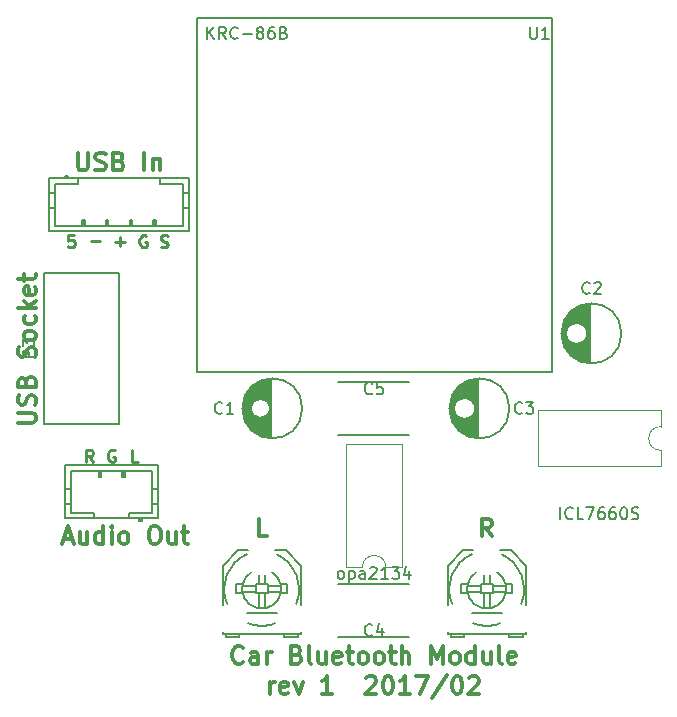
<source format=gto>
G04 #@! TF.FileFunction,Legend,Top*
%FSLAX46Y46*%
G04 Gerber Fmt 4.6, Leading zero omitted, Abs format (unit mm)*
G04 Created by KiCad (PCBNEW 4.0.5) date Sunday, 19 February 2017 'PMt' 17:43:15*
%MOMM*%
%LPD*%
G01*
G04 APERTURE LIST*
%ADD10C,0.100000*%
%ADD11C,0.300000*%
%ADD12C,0.254000*%
%ADD13C,0.120000*%
%ADD14C,0.150000*%
G04 APERTURE END LIST*
D10*
D11*
X64841571Y-101305571D02*
X66055857Y-101305571D01*
X66198714Y-101234143D01*
X66270143Y-101162714D01*
X66341571Y-101019857D01*
X66341571Y-100734143D01*
X66270143Y-100591285D01*
X66198714Y-100519857D01*
X66055857Y-100448428D01*
X64841571Y-100448428D01*
X66270143Y-99805571D02*
X66341571Y-99591285D01*
X66341571Y-99234142D01*
X66270143Y-99091285D01*
X66198714Y-99019856D01*
X66055857Y-98948428D01*
X65913000Y-98948428D01*
X65770143Y-99019856D01*
X65698714Y-99091285D01*
X65627286Y-99234142D01*
X65555857Y-99519856D01*
X65484429Y-99662714D01*
X65413000Y-99734142D01*
X65270143Y-99805571D01*
X65127286Y-99805571D01*
X64984429Y-99734142D01*
X64913000Y-99662714D01*
X64841571Y-99519856D01*
X64841571Y-99162714D01*
X64913000Y-98948428D01*
X65555857Y-97805571D02*
X65627286Y-97591285D01*
X65698714Y-97519857D01*
X65841571Y-97448428D01*
X66055857Y-97448428D01*
X66198714Y-97519857D01*
X66270143Y-97591285D01*
X66341571Y-97734143D01*
X66341571Y-98305571D01*
X64841571Y-98305571D01*
X64841571Y-97805571D01*
X64913000Y-97662714D01*
X64984429Y-97591285D01*
X65127286Y-97519857D01*
X65270143Y-97519857D01*
X65413000Y-97591285D01*
X65484429Y-97662714D01*
X65555857Y-97805571D01*
X65555857Y-98305571D01*
X66270143Y-95734143D02*
X66341571Y-95519857D01*
X66341571Y-95162714D01*
X66270143Y-95019857D01*
X66198714Y-94948428D01*
X66055857Y-94877000D01*
X65913000Y-94877000D01*
X65770143Y-94948428D01*
X65698714Y-95019857D01*
X65627286Y-95162714D01*
X65555857Y-95448428D01*
X65484429Y-95591286D01*
X65413000Y-95662714D01*
X65270143Y-95734143D01*
X65127286Y-95734143D01*
X64984429Y-95662714D01*
X64913000Y-95591286D01*
X64841571Y-95448428D01*
X64841571Y-95091286D01*
X64913000Y-94877000D01*
X66341571Y-94019857D02*
X66270143Y-94162715D01*
X66198714Y-94234143D01*
X66055857Y-94305572D01*
X65627286Y-94305572D01*
X65484429Y-94234143D01*
X65413000Y-94162715D01*
X65341571Y-94019857D01*
X65341571Y-93805572D01*
X65413000Y-93662715D01*
X65484429Y-93591286D01*
X65627286Y-93519857D01*
X66055857Y-93519857D01*
X66198714Y-93591286D01*
X66270143Y-93662715D01*
X66341571Y-93805572D01*
X66341571Y-94019857D01*
X66270143Y-92234143D02*
X66341571Y-92377000D01*
X66341571Y-92662714D01*
X66270143Y-92805572D01*
X66198714Y-92877000D01*
X66055857Y-92948429D01*
X65627286Y-92948429D01*
X65484429Y-92877000D01*
X65413000Y-92805572D01*
X65341571Y-92662714D01*
X65341571Y-92377000D01*
X65413000Y-92234143D01*
X66341571Y-91591286D02*
X64841571Y-91591286D01*
X65770143Y-91448429D02*
X66341571Y-91019858D01*
X65341571Y-91019858D02*
X65913000Y-91591286D01*
X66270143Y-89805572D02*
X66341571Y-89948429D01*
X66341571Y-90234143D01*
X66270143Y-90377000D01*
X66127286Y-90448429D01*
X65555857Y-90448429D01*
X65413000Y-90377000D01*
X65341571Y-90234143D01*
X65341571Y-89948429D01*
X65413000Y-89805572D01*
X65555857Y-89734143D01*
X65698714Y-89734143D01*
X65841571Y-90448429D01*
X65341571Y-89305572D02*
X65341571Y-88734143D01*
X64841571Y-89091286D02*
X66127286Y-89091286D01*
X66270143Y-89019858D01*
X66341571Y-88877000D01*
X66341571Y-88734143D01*
X68703714Y-111125000D02*
X69418000Y-111125000D01*
X68560857Y-111553571D02*
X69060857Y-110053571D01*
X69560857Y-111553571D01*
X70703714Y-110553571D02*
X70703714Y-111553571D01*
X70060857Y-110553571D02*
X70060857Y-111339286D01*
X70132285Y-111482143D01*
X70275143Y-111553571D01*
X70489428Y-111553571D01*
X70632285Y-111482143D01*
X70703714Y-111410714D01*
X72060857Y-111553571D02*
X72060857Y-110053571D01*
X72060857Y-111482143D02*
X71918000Y-111553571D01*
X71632286Y-111553571D01*
X71489428Y-111482143D01*
X71418000Y-111410714D01*
X71346571Y-111267857D01*
X71346571Y-110839286D01*
X71418000Y-110696429D01*
X71489428Y-110625000D01*
X71632286Y-110553571D01*
X71918000Y-110553571D01*
X72060857Y-110625000D01*
X72775143Y-111553571D02*
X72775143Y-110553571D01*
X72775143Y-110053571D02*
X72703714Y-110125000D01*
X72775143Y-110196429D01*
X72846571Y-110125000D01*
X72775143Y-110053571D01*
X72775143Y-110196429D01*
X73703715Y-111553571D02*
X73560857Y-111482143D01*
X73489429Y-111410714D01*
X73418000Y-111267857D01*
X73418000Y-110839286D01*
X73489429Y-110696429D01*
X73560857Y-110625000D01*
X73703715Y-110553571D01*
X73918000Y-110553571D01*
X74060857Y-110625000D01*
X74132286Y-110696429D01*
X74203715Y-110839286D01*
X74203715Y-111267857D01*
X74132286Y-111410714D01*
X74060857Y-111482143D01*
X73918000Y-111553571D01*
X73703715Y-111553571D01*
X76275143Y-110053571D02*
X76560857Y-110053571D01*
X76703715Y-110125000D01*
X76846572Y-110267857D01*
X76918000Y-110553571D01*
X76918000Y-111053571D01*
X76846572Y-111339286D01*
X76703715Y-111482143D01*
X76560857Y-111553571D01*
X76275143Y-111553571D01*
X76132286Y-111482143D01*
X75989429Y-111339286D01*
X75918000Y-111053571D01*
X75918000Y-110553571D01*
X75989429Y-110267857D01*
X76132286Y-110125000D01*
X76275143Y-110053571D01*
X78203715Y-110553571D02*
X78203715Y-111553571D01*
X77560858Y-110553571D02*
X77560858Y-111339286D01*
X77632286Y-111482143D01*
X77775144Y-111553571D01*
X77989429Y-111553571D01*
X78132286Y-111482143D01*
X78203715Y-111410714D01*
X78703715Y-110553571D02*
X79275144Y-110553571D01*
X78918001Y-110053571D02*
X78918001Y-111339286D01*
X78989429Y-111482143D01*
X79132287Y-111553571D01*
X79275144Y-111553571D01*
X69910000Y-78430571D02*
X69910000Y-79644857D01*
X69981428Y-79787714D01*
X70052857Y-79859143D01*
X70195714Y-79930571D01*
X70481428Y-79930571D01*
X70624286Y-79859143D01*
X70695714Y-79787714D01*
X70767143Y-79644857D01*
X70767143Y-78430571D01*
X71410000Y-79859143D02*
X71624286Y-79930571D01*
X71981429Y-79930571D01*
X72124286Y-79859143D01*
X72195715Y-79787714D01*
X72267143Y-79644857D01*
X72267143Y-79502000D01*
X72195715Y-79359143D01*
X72124286Y-79287714D01*
X71981429Y-79216286D01*
X71695715Y-79144857D01*
X71552857Y-79073429D01*
X71481429Y-79002000D01*
X71410000Y-78859143D01*
X71410000Y-78716286D01*
X71481429Y-78573429D01*
X71552857Y-78502000D01*
X71695715Y-78430571D01*
X72052857Y-78430571D01*
X72267143Y-78502000D01*
X73410000Y-79144857D02*
X73624286Y-79216286D01*
X73695714Y-79287714D01*
X73767143Y-79430571D01*
X73767143Y-79644857D01*
X73695714Y-79787714D01*
X73624286Y-79859143D01*
X73481428Y-79930571D01*
X72910000Y-79930571D01*
X72910000Y-78430571D01*
X73410000Y-78430571D01*
X73552857Y-78502000D01*
X73624286Y-78573429D01*
X73695714Y-78716286D01*
X73695714Y-78859143D01*
X73624286Y-79002000D01*
X73552857Y-79073429D01*
X73410000Y-79144857D01*
X72910000Y-79144857D01*
X75552857Y-79930571D02*
X75552857Y-78430571D01*
X76267143Y-78930571D02*
X76267143Y-79930571D01*
X76267143Y-79073429D02*
X76338571Y-79002000D01*
X76481429Y-78930571D01*
X76695714Y-78930571D01*
X76838571Y-79002000D01*
X76910000Y-79144857D01*
X76910000Y-79930571D01*
X86178574Y-124253571D02*
X86178574Y-123253571D01*
X86178574Y-123539286D02*
X86250002Y-123396429D01*
X86321431Y-123325000D01*
X86464288Y-123253571D01*
X86607145Y-123253571D01*
X87678573Y-124182143D02*
X87535716Y-124253571D01*
X87250002Y-124253571D01*
X87107145Y-124182143D01*
X87035716Y-124039286D01*
X87035716Y-123467857D01*
X87107145Y-123325000D01*
X87250002Y-123253571D01*
X87535716Y-123253571D01*
X87678573Y-123325000D01*
X87750002Y-123467857D01*
X87750002Y-123610714D01*
X87035716Y-123753571D01*
X88250002Y-123253571D02*
X88607145Y-124253571D01*
X88964287Y-123253571D01*
X91464287Y-124253571D02*
X90607144Y-124253571D01*
X91035716Y-124253571D02*
X91035716Y-122753571D01*
X90892859Y-122967857D01*
X90750001Y-123110714D01*
X90607144Y-123182143D01*
X94321429Y-122896429D02*
X94392858Y-122825000D01*
X94535715Y-122753571D01*
X94892858Y-122753571D01*
X95035715Y-122825000D01*
X95107144Y-122896429D01*
X95178572Y-123039286D01*
X95178572Y-123182143D01*
X95107144Y-123396429D01*
X94250001Y-124253571D01*
X95178572Y-124253571D01*
X96107143Y-122753571D02*
X96250000Y-122753571D01*
X96392857Y-122825000D01*
X96464286Y-122896429D01*
X96535715Y-123039286D01*
X96607143Y-123325000D01*
X96607143Y-123682143D01*
X96535715Y-123967857D01*
X96464286Y-124110714D01*
X96392857Y-124182143D01*
X96250000Y-124253571D01*
X96107143Y-124253571D01*
X95964286Y-124182143D01*
X95892857Y-124110714D01*
X95821429Y-123967857D01*
X95750000Y-123682143D01*
X95750000Y-123325000D01*
X95821429Y-123039286D01*
X95892857Y-122896429D01*
X95964286Y-122825000D01*
X96107143Y-122753571D01*
X98035714Y-124253571D02*
X97178571Y-124253571D01*
X97607143Y-124253571D02*
X97607143Y-122753571D01*
X97464286Y-122967857D01*
X97321428Y-123110714D01*
X97178571Y-123182143D01*
X98535714Y-122753571D02*
X99535714Y-122753571D01*
X98892857Y-124253571D01*
X101178570Y-122682143D02*
X99892856Y-124610714D01*
X101964285Y-122753571D02*
X102107142Y-122753571D01*
X102249999Y-122825000D01*
X102321428Y-122896429D01*
X102392857Y-123039286D01*
X102464285Y-123325000D01*
X102464285Y-123682143D01*
X102392857Y-123967857D01*
X102321428Y-124110714D01*
X102249999Y-124182143D01*
X102107142Y-124253571D01*
X101964285Y-124253571D01*
X101821428Y-124182143D01*
X101749999Y-124110714D01*
X101678571Y-123967857D01*
X101607142Y-123682143D01*
X101607142Y-123325000D01*
X101678571Y-123039286D01*
X101749999Y-122896429D01*
X101821428Y-122825000D01*
X101964285Y-122753571D01*
X103035713Y-122896429D02*
X103107142Y-122825000D01*
X103249999Y-122753571D01*
X103607142Y-122753571D01*
X103749999Y-122825000D01*
X103821428Y-122896429D01*
X103892856Y-123039286D01*
X103892856Y-123182143D01*
X103821428Y-123396429D01*
X102964285Y-124253571D01*
X103892856Y-124253571D01*
X83892858Y-121570714D02*
X83821429Y-121642143D01*
X83607143Y-121713571D01*
X83464286Y-121713571D01*
X83250001Y-121642143D01*
X83107143Y-121499286D01*
X83035715Y-121356429D01*
X82964286Y-121070714D01*
X82964286Y-120856429D01*
X83035715Y-120570714D01*
X83107143Y-120427857D01*
X83250001Y-120285000D01*
X83464286Y-120213571D01*
X83607143Y-120213571D01*
X83821429Y-120285000D01*
X83892858Y-120356429D01*
X85178572Y-121713571D02*
X85178572Y-120927857D01*
X85107143Y-120785000D01*
X84964286Y-120713571D01*
X84678572Y-120713571D01*
X84535715Y-120785000D01*
X85178572Y-121642143D02*
X85035715Y-121713571D01*
X84678572Y-121713571D01*
X84535715Y-121642143D01*
X84464286Y-121499286D01*
X84464286Y-121356429D01*
X84535715Y-121213571D01*
X84678572Y-121142143D01*
X85035715Y-121142143D01*
X85178572Y-121070714D01*
X85892858Y-121713571D02*
X85892858Y-120713571D01*
X85892858Y-120999286D02*
X85964286Y-120856429D01*
X86035715Y-120785000D01*
X86178572Y-120713571D01*
X86321429Y-120713571D01*
X88464286Y-120927857D02*
X88678572Y-120999286D01*
X88750000Y-121070714D01*
X88821429Y-121213571D01*
X88821429Y-121427857D01*
X88750000Y-121570714D01*
X88678572Y-121642143D01*
X88535714Y-121713571D01*
X87964286Y-121713571D01*
X87964286Y-120213571D01*
X88464286Y-120213571D01*
X88607143Y-120285000D01*
X88678572Y-120356429D01*
X88750000Y-120499286D01*
X88750000Y-120642143D01*
X88678572Y-120785000D01*
X88607143Y-120856429D01*
X88464286Y-120927857D01*
X87964286Y-120927857D01*
X89678572Y-121713571D02*
X89535714Y-121642143D01*
X89464286Y-121499286D01*
X89464286Y-120213571D01*
X90892857Y-120713571D02*
X90892857Y-121713571D01*
X90250000Y-120713571D02*
X90250000Y-121499286D01*
X90321428Y-121642143D01*
X90464286Y-121713571D01*
X90678571Y-121713571D01*
X90821428Y-121642143D01*
X90892857Y-121570714D01*
X92178571Y-121642143D02*
X92035714Y-121713571D01*
X91750000Y-121713571D01*
X91607143Y-121642143D01*
X91535714Y-121499286D01*
X91535714Y-120927857D01*
X91607143Y-120785000D01*
X91750000Y-120713571D01*
X92035714Y-120713571D01*
X92178571Y-120785000D01*
X92250000Y-120927857D01*
X92250000Y-121070714D01*
X91535714Y-121213571D01*
X92678571Y-120713571D02*
X93250000Y-120713571D01*
X92892857Y-120213571D02*
X92892857Y-121499286D01*
X92964285Y-121642143D01*
X93107143Y-121713571D01*
X93250000Y-121713571D01*
X93964286Y-121713571D02*
X93821428Y-121642143D01*
X93750000Y-121570714D01*
X93678571Y-121427857D01*
X93678571Y-120999286D01*
X93750000Y-120856429D01*
X93821428Y-120785000D01*
X93964286Y-120713571D01*
X94178571Y-120713571D01*
X94321428Y-120785000D01*
X94392857Y-120856429D01*
X94464286Y-120999286D01*
X94464286Y-121427857D01*
X94392857Y-121570714D01*
X94321428Y-121642143D01*
X94178571Y-121713571D01*
X93964286Y-121713571D01*
X95321429Y-121713571D02*
X95178571Y-121642143D01*
X95107143Y-121570714D01*
X95035714Y-121427857D01*
X95035714Y-120999286D01*
X95107143Y-120856429D01*
X95178571Y-120785000D01*
X95321429Y-120713571D01*
X95535714Y-120713571D01*
X95678571Y-120785000D01*
X95750000Y-120856429D01*
X95821429Y-120999286D01*
X95821429Y-121427857D01*
X95750000Y-121570714D01*
X95678571Y-121642143D01*
X95535714Y-121713571D01*
X95321429Y-121713571D01*
X96250000Y-120713571D02*
X96821429Y-120713571D01*
X96464286Y-120213571D02*
X96464286Y-121499286D01*
X96535714Y-121642143D01*
X96678572Y-121713571D01*
X96821429Y-121713571D01*
X97321429Y-121713571D02*
X97321429Y-120213571D01*
X97964286Y-121713571D02*
X97964286Y-120927857D01*
X97892857Y-120785000D01*
X97750000Y-120713571D01*
X97535715Y-120713571D01*
X97392857Y-120785000D01*
X97321429Y-120856429D01*
X99821429Y-121713571D02*
X99821429Y-120213571D01*
X100321429Y-121285000D01*
X100821429Y-120213571D01*
X100821429Y-121713571D01*
X101750001Y-121713571D02*
X101607143Y-121642143D01*
X101535715Y-121570714D01*
X101464286Y-121427857D01*
X101464286Y-120999286D01*
X101535715Y-120856429D01*
X101607143Y-120785000D01*
X101750001Y-120713571D01*
X101964286Y-120713571D01*
X102107143Y-120785000D01*
X102178572Y-120856429D01*
X102250001Y-120999286D01*
X102250001Y-121427857D01*
X102178572Y-121570714D01*
X102107143Y-121642143D01*
X101964286Y-121713571D01*
X101750001Y-121713571D01*
X103535715Y-121713571D02*
X103535715Y-120213571D01*
X103535715Y-121642143D02*
X103392858Y-121713571D01*
X103107144Y-121713571D01*
X102964286Y-121642143D01*
X102892858Y-121570714D01*
X102821429Y-121427857D01*
X102821429Y-120999286D01*
X102892858Y-120856429D01*
X102964286Y-120785000D01*
X103107144Y-120713571D01*
X103392858Y-120713571D01*
X103535715Y-120785000D01*
X104892858Y-120713571D02*
X104892858Y-121713571D01*
X104250001Y-120713571D02*
X104250001Y-121499286D01*
X104321429Y-121642143D01*
X104464287Y-121713571D01*
X104678572Y-121713571D01*
X104821429Y-121642143D01*
X104892858Y-121570714D01*
X105821430Y-121713571D02*
X105678572Y-121642143D01*
X105607144Y-121499286D01*
X105607144Y-120213571D01*
X106964286Y-121642143D02*
X106821429Y-121713571D01*
X106535715Y-121713571D01*
X106392858Y-121642143D01*
X106321429Y-121499286D01*
X106321429Y-120927857D01*
X106392858Y-120785000D01*
X106535715Y-120713571D01*
X106821429Y-120713571D01*
X106964286Y-120785000D01*
X107035715Y-120927857D01*
X107035715Y-121070714D01*
X106321429Y-121213571D01*
X104989286Y-110918571D02*
X104489286Y-110204286D01*
X104132143Y-110918571D02*
X104132143Y-109418571D01*
X104703571Y-109418571D01*
X104846429Y-109490000D01*
X104917857Y-109561429D01*
X104989286Y-109704286D01*
X104989286Y-109918571D01*
X104917857Y-110061429D01*
X104846429Y-110132857D01*
X104703571Y-110204286D01*
X104132143Y-110204286D01*
X85939286Y-110918571D02*
X85225000Y-110918571D01*
X85225000Y-109418571D01*
D12*
X76929715Y-86394238D02*
X77074858Y-86442619D01*
X77316762Y-86442619D01*
X77413524Y-86394238D01*
X77461905Y-86345857D01*
X77510286Y-86249095D01*
X77510286Y-86152333D01*
X77461905Y-86055571D01*
X77413524Y-86007190D01*
X77316762Y-85958810D01*
X77123239Y-85910429D01*
X77026477Y-85862048D01*
X76978096Y-85813667D01*
X76929715Y-85716905D01*
X76929715Y-85620143D01*
X76978096Y-85523381D01*
X77026477Y-85475000D01*
X77123239Y-85426619D01*
X77365143Y-85426619D01*
X77510286Y-85475000D01*
X70990953Y-85928571D02*
X71765048Y-85928571D01*
X73482571Y-86370047D02*
X73482571Y-85595952D01*
X73869619Y-85983000D02*
X73095524Y-85983000D01*
X69587905Y-85426619D02*
X69104096Y-85426619D01*
X69055715Y-85910429D01*
X69104096Y-85862048D01*
X69200858Y-85813667D01*
X69442762Y-85813667D01*
X69539524Y-85862048D01*
X69587905Y-85910429D01*
X69636286Y-86007190D01*
X69636286Y-86249095D01*
X69587905Y-86345857D01*
X69539524Y-86394238D01*
X69442762Y-86442619D01*
X69200858Y-86442619D01*
X69104096Y-86394238D01*
X69055715Y-86345857D01*
X75708095Y-85475000D02*
X75611333Y-85426619D01*
X75466190Y-85426619D01*
X75321048Y-85475000D01*
X75224286Y-85571762D01*
X75175905Y-85668524D01*
X75127524Y-85862048D01*
X75127524Y-86007190D01*
X75175905Y-86200714D01*
X75224286Y-86297476D01*
X75321048Y-86394238D01*
X75466190Y-86442619D01*
X75562952Y-86442619D01*
X75708095Y-86394238D01*
X75756476Y-86345857D01*
X75756476Y-86007190D01*
X75562952Y-86007190D01*
X74994476Y-104603619D02*
X74510667Y-104603619D01*
X74510667Y-103587619D01*
X73041095Y-103636000D02*
X72944333Y-103587619D01*
X72799190Y-103587619D01*
X72654048Y-103636000D01*
X72557286Y-103732762D01*
X72508905Y-103829524D01*
X72460524Y-104023048D01*
X72460524Y-104168190D01*
X72508905Y-104361714D01*
X72557286Y-104458476D01*
X72654048Y-104555238D01*
X72799190Y-104603619D01*
X72895952Y-104603619D01*
X73041095Y-104555238D01*
X73089476Y-104506857D01*
X73089476Y-104168190D01*
X72895952Y-104168190D01*
X71184476Y-104603619D02*
X70845810Y-104119810D01*
X70603905Y-104603619D02*
X70603905Y-103587619D01*
X70990952Y-103587619D01*
X71087714Y-103636000D01*
X71136095Y-103684381D01*
X71184476Y-103781143D01*
X71184476Y-103926286D01*
X71136095Y-104023048D01*
X71087714Y-104071429D01*
X70990952Y-104119810D01*
X70603905Y-104119810D01*
D13*
X94000000Y-113535000D02*
G75*
G02X96000000Y-113535000I1000000J0D01*
G01*
X96000000Y-113535000D02*
X97370000Y-113535000D01*
X97370000Y-113535000D02*
X97370000Y-103135000D01*
X97370000Y-103135000D02*
X92630000Y-103135000D01*
X92630000Y-103135000D02*
X92630000Y-113535000D01*
X92630000Y-113535000D02*
X94000000Y-113535000D01*
D14*
X76725000Y-104900000D02*
X76725000Y-109400000D01*
X76725000Y-109400000D02*
X68825000Y-109400000D01*
X68825000Y-109400000D02*
X68825000Y-104900000D01*
X68825000Y-104900000D02*
X76725000Y-104900000D01*
X74275000Y-109400000D02*
X74275000Y-108900000D01*
X74275000Y-108900000D02*
X76225000Y-108900000D01*
X76225000Y-108900000D02*
X76225000Y-105400000D01*
X76225000Y-105400000D02*
X69325000Y-105400000D01*
X69325000Y-105400000D02*
X69325000Y-108900000D01*
X69325000Y-108900000D02*
X71275000Y-108900000D01*
X71275000Y-108900000D02*
X71275000Y-109400000D01*
X76725000Y-108200000D02*
X76225000Y-108200000D01*
X76725000Y-106900000D02*
X76225000Y-106900000D01*
X69325000Y-108200000D02*
X68825000Y-108200000D01*
X69325000Y-106900000D02*
X68825000Y-106900000D01*
X75075000Y-109400000D02*
X75075000Y-109600000D01*
X75075000Y-109600000D02*
X75375000Y-109600000D01*
X75375000Y-109600000D02*
X75375000Y-109400000D01*
X75075000Y-109500000D02*
X75375000Y-109500000D01*
X73875000Y-105400000D02*
X73875000Y-105900000D01*
X73875000Y-105900000D02*
X73675000Y-105900000D01*
X73675000Y-105900000D02*
X73675000Y-105400000D01*
X73775000Y-105400000D02*
X73775000Y-105900000D01*
X71875000Y-105400000D02*
X71875000Y-105900000D01*
X71875000Y-105900000D02*
X71675000Y-105900000D01*
X71675000Y-105900000D02*
X71675000Y-105400000D01*
X71775000Y-105400000D02*
X71775000Y-105900000D01*
X103835000Y-102579000D02*
X103835000Y-97581000D01*
X103695000Y-102571000D02*
X103695000Y-97589000D01*
X103555000Y-102555000D02*
X103555000Y-100175000D01*
X103555000Y-99985000D02*
X103555000Y-97605000D01*
X103415000Y-102531000D02*
X103415000Y-100570000D01*
X103415000Y-99590000D02*
X103415000Y-97629000D01*
X103275000Y-102498000D02*
X103275000Y-100737000D01*
X103275000Y-99423000D02*
X103275000Y-97662000D01*
X103135000Y-102457000D02*
X103135000Y-100844000D01*
X103135000Y-99316000D02*
X103135000Y-97703000D01*
X102995000Y-102407000D02*
X102995000Y-100915000D01*
X102995000Y-99245000D02*
X102995000Y-97753000D01*
X102855000Y-102346000D02*
X102855000Y-100959000D01*
X102855000Y-99201000D02*
X102855000Y-97814000D01*
X102715000Y-102276000D02*
X102715000Y-100978000D01*
X102715000Y-99182000D02*
X102715000Y-97884000D01*
X102575000Y-102194000D02*
X102575000Y-100976000D01*
X102575000Y-99184000D02*
X102575000Y-97966000D01*
X102435000Y-102099000D02*
X102435000Y-100951000D01*
X102435000Y-99209000D02*
X102435000Y-98061000D01*
X102295000Y-101988000D02*
X102295000Y-100903000D01*
X102295000Y-99257000D02*
X102295000Y-98172000D01*
X102155000Y-101860000D02*
X102155000Y-100825000D01*
X102155000Y-99335000D02*
X102155000Y-98300000D01*
X102015000Y-101711000D02*
X102015000Y-100708000D01*
X102015000Y-99452000D02*
X102015000Y-98449000D01*
X101875000Y-101532000D02*
X101875000Y-100520000D01*
X101875000Y-99640000D02*
X101875000Y-98628000D01*
X101735000Y-101313000D02*
X101735000Y-98847000D01*
X101595000Y-101024000D02*
X101595000Y-99136000D01*
X101455000Y-100552000D02*
X101455000Y-99608000D01*
X103560000Y-100080000D02*
G75*
G03X103560000Y-100080000I-900000J0D01*
G01*
X106447500Y-100080000D02*
G75*
G03X106447500Y-100080000I-2537500J0D01*
G01*
X80030000Y-97000000D02*
X110030000Y-97000000D01*
X110030000Y-97000000D02*
X110030000Y-67000000D01*
X110030000Y-67000000D02*
X80030000Y-67000000D01*
X80030000Y-67000000D02*
X80030000Y-97000000D01*
X91960000Y-97830000D02*
X97960000Y-97830000D01*
X97960000Y-102330000D02*
X91960000Y-102330000D01*
X86305000Y-102579000D02*
X86305000Y-97581000D01*
X86165000Y-102571000D02*
X86165000Y-100234000D01*
X86165000Y-99926000D02*
X86165000Y-97589000D01*
X86025000Y-102555000D02*
X86025000Y-100553000D01*
X86025000Y-99607000D02*
X86025000Y-97605000D01*
X85885000Y-102531000D02*
X85885000Y-100700000D01*
X85885000Y-99460000D02*
X85885000Y-97629000D01*
X85745000Y-102498000D02*
X85745000Y-100792000D01*
X85745000Y-99368000D02*
X85745000Y-97662000D01*
X85605000Y-102457000D02*
X85605000Y-100848000D01*
X85605000Y-99312000D02*
X85605000Y-97703000D01*
X85465000Y-102407000D02*
X85465000Y-100875000D01*
X85465000Y-99285000D02*
X85465000Y-97753000D01*
X85325000Y-102346000D02*
X85325000Y-100878000D01*
X85325000Y-99282000D02*
X85325000Y-97814000D01*
X85185000Y-102276000D02*
X85185000Y-100856000D01*
X85185000Y-99304000D02*
X85185000Y-97884000D01*
X85045000Y-102194000D02*
X85045000Y-100806000D01*
X85045000Y-99354000D02*
X85045000Y-97966000D01*
X84905000Y-102099000D02*
X84905000Y-100724000D01*
X84905000Y-99436000D02*
X84905000Y-98061000D01*
X84765000Y-101988000D02*
X84765000Y-100592000D01*
X84765000Y-99568000D02*
X84765000Y-98172000D01*
X84625000Y-101860000D02*
X84625000Y-100345000D01*
X84625000Y-99815000D02*
X84625000Y-98300000D01*
X84485000Y-101711000D02*
X84485000Y-98449000D01*
X84345000Y-101532000D02*
X84345000Y-98628000D01*
X84205000Y-101313000D02*
X84205000Y-98847000D01*
X84065000Y-101024000D02*
X84065000Y-99136000D01*
X83925000Y-100552000D02*
X83925000Y-99608000D01*
X86180000Y-100080000D02*
G75*
G03X86180000Y-100080000I-800000J0D01*
G01*
X88917500Y-100080000D02*
G75*
G03X88917500Y-100080000I-2537500J0D01*
G01*
X91960000Y-114975000D02*
X97960000Y-114975000D01*
X97960000Y-119475000D02*
X91960000Y-119475000D01*
X67460000Y-85100000D02*
X67460000Y-80600000D01*
X67460000Y-80600000D02*
X79360000Y-80600000D01*
X79360000Y-80600000D02*
X79360000Y-85100000D01*
X79360000Y-85100000D02*
X67460000Y-85100000D01*
X69910000Y-80600000D02*
X69910000Y-81100000D01*
X69910000Y-81100000D02*
X67960000Y-81100000D01*
X67960000Y-81100000D02*
X67960000Y-84600000D01*
X67960000Y-84600000D02*
X78860000Y-84600000D01*
X78860000Y-84600000D02*
X78860000Y-81100000D01*
X78860000Y-81100000D02*
X76910000Y-81100000D01*
X76910000Y-81100000D02*
X76910000Y-80600000D01*
X67460000Y-81800000D02*
X67960000Y-81800000D01*
X67460000Y-83100000D02*
X67960000Y-83100000D01*
X78860000Y-81800000D02*
X79360000Y-81800000D01*
X78860000Y-83100000D02*
X79360000Y-83100000D01*
X69110000Y-80600000D02*
X69110000Y-80400000D01*
X69110000Y-80400000D02*
X68810000Y-80400000D01*
X68810000Y-80400000D02*
X68810000Y-80600000D01*
X69110000Y-80500000D02*
X68810000Y-80500000D01*
X70310000Y-84600000D02*
X70310000Y-84100000D01*
X70310000Y-84100000D02*
X70510000Y-84100000D01*
X70510000Y-84100000D02*
X70510000Y-84600000D01*
X70410000Y-84600000D02*
X70410000Y-84100000D01*
X72310000Y-84600000D02*
X72310000Y-84100000D01*
X72310000Y-84100000D02*
X72510000Y-84100000D01*
X72510000Y-84100000D02*
X72510000Y-84600000D01*
X72410000Y-84600000D02*
X72410000Y-84100000D01*
X74310000Y-84600000D02*
X74310000Y-84100000D01*
X74310000Y-84100000D02*
X74510000Y-84100000D01*
X74510000Y-84100000D02*
X74510000Y-84600000D01*
X74410000Y-84600000D02*
X74410000Y-84100000D01*
X76310000Y-84600000D02*
X76310000Y-84100000D01*
X76310000Y-84100000D02*
X76510000Y-84100000D01*
X76510000Y-84100000D02*
X76510000Y-84600000D01*
X76410000Y-84600000D02*
X76410000Y-84100000D01*
X104271000Y-114979640D02*
X104271000Y-114217640D01*
X104779000Y-114979640D02*
X104779000Y-114217640D01*
X104271000Y-117011640D02*
G75*
G03X106176000Y-115614640I254000J1651000D01*
G01*
X102874000Y-115487640D02*
G75*
G03X104652000Y-117011640I1651000J127000D01*
G01*
X105922000Y-116249640D02*
G75*
G03X105414000Y-113963640I-1397000J889000D01*
G01*
X103636000Y-113963640D02*
G75*
G03X103128000Y-116249640I889000J-1397000D01*
G01*
X101223000Y-119170640D02*
X101223000Y-119043640D01*
X101223000Y-115360640D02*
X101223000Y-116757640D01*
X107827000Y-119170640D02*
X107827000Y-119043640D01*
X107827000Y-115360640D02*
X107827000Y-116757640D01*
X103382000Y-118281640D02*
X103763000Y-118408640D01*
X103763000Y-118408640D02*
X104525000Y-118535640D01*
X104525000Y-118535640D02*
X105287000Y-118408640D01*
X105287000Y-118408640D02*
X105668000Y-118281640D01*
X103255000Y-117392640D02*
X105795000Y-117392640D01*
X107446000Y-116630640D02*
G75*
G03X105795000Y-112439640I-2921000J1270000D01*
G01*
X103255000Y-112439640D02*
G75*
G03X101604000Y-116630640I1270000J-2921000D01*
G01*
X106557000Y-112058640D02*
X105668000Y-112058640D01*
X103382000Y-112058640D02*
X102493000Y-112058640D01*
X106176000Y-114979640D02*
X106684000Y-114979640D01*
X106684000Y-114979640D02*
X106684000Y-115741640D01*
X106684000Y-115741640D02*
X106176000Y-115741640D01*
X102874000Y-114979640D02*
X102366000Y-114979640D01*
X102366000Y-114979640D02*
X102366000Y-115741640D01*
X102366000Y-115741640D02*
X102874000Y-115741640D01*
X105033000Y-115614640D02*
X106176000Y-115614640D01*
X105033000Y-115106640D02*
X106176000Y-115106640D01*
X104017000Y-115614640D02*
X102874000Y-115614640D01*
X104017000Y-115106640D02*
X102874000Y-115106640D01*
X104779000Y-115741640D02*
X104779000Y-117011640D01*
X104271000Y-115741640D02*
X104271000Y-117011640D01*
X104017000Y-114979640D02*
X104017000Y-115741640D01*
X104017000Y-115741640D02*
X105033000Y-115741640D01*
X105033000Y-115741640D02*
X105033000Y-114979640D01*
X105033000Y-114979640D02*
X104017000Y-114979640D01*
X102493000Y-112058640D02*
X101223000Y-113455640D01*
X101223000Y-113455640D02*
X101223000Y-115360640D01*
X106557000Y-112058640D02*
X107827000Y-113455640D01*
X107827000Y-113455640D02*
X107827000Y-115360640D01*
X107573000Y-119170640D02*
X107573000Y-119424640D01*
X107573000Y-119424640D02*
X106430000Y-119424640D01*
X106430000Y-119424640D02*
X106430000Y-119170640D01*
X101477000Y-119170640D02*
X101477000Y-119424640D01*
X101477000Y-119424640D02*
X102620000Y-119424640D01*
X102620000Y-119424640D02*
X102620000Y-119170640D01*
X101223000Y-119170640D02*
X107827000Y-119170640D01*
X85221000Y-114979640D02*
X85221000Y-114217640D01*
X85729000Y-114979640D02*
X85729000Y-114217640D01*
X85221000Y-117011640D02*
G75*
G03X87126000Y-115614640I254000J1651000D01*
G01*
X83824000Y-115487640D02*
G75*
G03X85602000Y-117011640I1651000J127000D01*
G01*
X86872000Y-116249640D02*
G75*
G03X86364000Y-113963640I-1397000J889000D01*
G01*
X84586000Y-113963640D02*
G75*
G03X84078000Y-116249640I889000J-1397000D01*
G01*
X82173000Y-119170640D02*
X82173000Y-119043640D01*
X82173000Y-115360640D02*
X82173000Y-116757640D01*
X88777000Y-119170640D02*
X88777000Y-119043640D01*
X88777000Y-115360640D02*
X88777000Y-116757640D01*
X84332000Y-118281640D02*
X84713000Y-118408640D01*
X84713000Y-118408640D02*
X85475000Y-118535640D01*
X85475000Y-118535640D02*
X86237000Y-118408640D01*
X86237000Y-118408640D02*
X86618000Y-118281640D01*
X84205000Y-117392640D02*
X86745000Y-117392640D01*
X88396000Y-116630640D02*
G75*
G03X86745000Y-112439640I-2921000J1270000D01*
G01*
X84205000Y-112439640D02*
G75*
G03X82554000Y-116630640I1270000J-2921000D01*
G01*
X87507000Y-112058640D02*
X86618000Y-112058640D01*
X84332000Y-112058640D02*
X83443000Y-112058640D01*
X87126000Y-114979640D02*
X87634000Y-114979640D01*
X87634000Y-114979640D02*
X87634000Y-115741640D01*
X87634000Y-115741640D02*
X87126000Y-115741640D01*
X83824000Y-114979640D02*
X83316000Y-114979640D01*
X83316000Y-114979640D02*
X83316000Y-115741640D01*
X83316000Y-115741640D02*
X83824000Y-115741640D01*
X85983000Y-115614640D02*
X87126000Y-115614640D01*
X85983000Y-115106640D02*
X87126000Y-115106640D01*
X84967000Y-115614640D02*
X83824000Y-115614640D01*
X84967000Y-115106640D02*
X83824000Y-115106640D01*
X85729000Y-115741640D02*
X85729000Y-117011640D01*
X85221000Y-115741640D02*
X85221000Y-117011640D01*
X84967000Y-114979640D02*
X84967000Y-115741640D01*
X84967000Y-115741640D02*
X85983000Y-115741640D01*
X85983000Y-115741640D02*
X85983000Y-114979640D01*
X85983000Y-114979640D02*
X84967000Y-114979640D01*
X83443000Y-112058640D02*
X82173000Y-113455640D01*
X82173000Y-113455640D02*
X82173000Y-115360640D01*
X87507000Y-112058640D02*
X88777000Y-113455640D01*
X88777000Y-113455640D02*
X88777000Y-115360640D01*
X88523000Y-119170640D02*
X88523000Y-119424640D01*
X88523000Y-119424640D02*
X87380000Y-119424640D01*
X87380000Y-119424640D02*
X87380000Y-119170640D01*
X82427000Y-119170640D02*
X82427000Y-119424640D01*
X82427000Y-119424640D02*
X83570000Y-119424640D01*
X83570000Y-119424640D02*
X83570000Y-119170640D01*
X82173000Y-119170640D02*
X88777000Y-119170640D01*
D13*
X119250000Y-103620000D02*
G75*
G02X119250000Y-101620000I0J1000000D01*
G01*
X119250000Y-101620000D02*
X119250000Y-100250000D01*
X119250000Y-100250000D02*
X108850000Y-100250000D01*
X108850000Y-100250000D02*
X108850000Y-104990000D01*
X108850000Y-104990000D02*
X119250000Y-104990000D01*
X119250000Y-104990000D02*
X119250000Y-103620000D01*
D14*
X113320000Y-96229000D02*
X113320000Y-91231000D01*
X113180000Y-96221000D02*
X113180000Y-91239000D01*
X113040000Y-96205000D02*
X113040000Y-93825000D01*
X113040000Y-93635000D02*
X113040000Y-91255000D01*
X112900000Y-96181000D02*
X112900000Y-94220000D01*
X112900000Y-93240000D02*
X112900000Y-91279000D01*
X112760000Y-96148000D02*
X112760000Y-94387000D01*
X112760000Y-93073000D02*
X112760000Y-91312000D01*
X112620000Y-96107000D02*
X112620000Y-94494000D01*
X112620000Y-92966000D02*
X112620000Y-91353000D01*
X112480000Y-96057000D02*
X112480000Y-94565000D01*
X112480000Y-92895000D02*
X112480000Y-91403000D01*
X112340000Y-95996000D02*
X112340000Y-94609000D01*
X112340000Y-92851000D02*
X112340000Y-91464000D01*
X112200000Y-95926000D02*
X112200000Y-94628000D01*
X112200000Y-92832000D02*
X112200000Y-91534000D01*
X112060000Y-95844000D02*
X112060000Y-94626000D01*
X112060000Y-92834000D02*
X112060000Y-91616000D01*
X111920000Y-95749000D02*
X111920000Y-94601000D01*
X111920000Y-92859000D02*
X111920000Y-91711000D01*
X111780000Y-95638000D02*
X111780000Y-94553000D01*
X111780000Y-92907000D02*
X111780000Y-91822000D01*
X111640000Y-95510000D02*
X111640000Y-94475000D01*
X111640000Y-92985000D02*
X111640000Y-91950000D01*
X111500000Y-95361000D02*
X111500000Y-94358000D01*
X111500000Y-93102000D02*
X111500000Y-92099000D01*
X111360000Y-95182000D02*
X111360000Y-94170000D01*
X111360000Y-93290000D02*
X111360000Y-92278000D01*
X111220000Y-94963000D02*
X111220000Y-92497000D01*
X111080000Y-94674000D02*
X111080000Y-92786000D01*
X110940000Y-94202000D02*
X110940000Y-93258000D01*
X113045000Y-93730000D02*
G75*
G03X113045000Y-93730000I-900000J0D01*
G01*
X115932500Y-93730000D02*
G75*
G03X115932500Y-93730000I-2537500J0D01*
G01*
X73410000Y-101400000D02*
X67060000Y-101400000D01*
X67060000Y-88600000D02*
X73410000Y-88600000D01*
X67060000Y-88600000D02*
X67060000Y-101400000D01*
X73410000Y-88600000D02*
X73410000Y-101400000D01*
X92119047Y-114502381D02*
X92023809Y-114454762D01*
X91976190Y-114407143D01*
X91928571Y-114311905D01*
X91928571Y-114026190D01*
X91976190Y-113930952D01*
X92023809Y-113883333D01*
X92119047Y-113835714D01*
X92261905Y-113835714D01*
X92357143Y-113883333D01*
X92404762Y-113930952D01*
X92452381Y-114026190D01*
X92452381Y-114311905D01*
X92404762Y-114407143D01*
X92357143Y-114454762D01*
X92261905Y-114502381D01*
X92119047Y-114502381D01*
X92880952Y-113835714D02*
X92880952Y-114835714D01*
X92880952Y-113883333D02*
X92976190Y-113835714D01*
X93166667Y-113835714D01*
X93261905Y-113883333D01*
X93309524Y-113930952D01*
X93357143Y-114026190D01*
X93357143Y-114311905D01*
X93309524Y-114407143D01*
X93261905Y-114454762D01*
X93166667Y-114502381D01*
X92976190Y-114502381D01*
X92880952Y-114454762D01*
X94214286Y-114502381D02*
X94214286Y-113978571D01*
X94166667Y-113883333D01*
X94071429Y-113835714D01*
X93880952Y-113835714D01*
X93785714Y-113883333D01*
X94214286Y-114454762D02*
X94119048Y-114502381D01*
X93880952Y-114502381D01*
X93785714Y-114454762D01*
X93738095Y-114359524D01*
X93738095Y-114264286D01*
X93785714Y-114169048D01*
X93880952Y-114121429D01*
X94119048Y-114121429D01*
X94214286Y-114073810D01*
X94642857Y-113597619D02*
X94690476Y-113550000D01*
X94785714Y-113502381D01*
X95023810Y-113502381D01*
X95119048Y-113550000D01*
X95166667Y-113597619D01*
X95214286Y-113692857D01*
X95214286Y-113788095D01*
X95166667Y-113930952D01*
X94595238Y-114502381D01*
X95214286Y-114502381D01*
X96166667Y-114502381D02*
X95595238Y-114502381D01*
X95880952Y-114502381D02*
X95880952Y-113502381D01*
X95785714Y-113645238D01*
X95690476Y-113740476D01*
X95595238Y-113788095D01*
X96500000Y-113502381D02*
X97119048Y-113502381D01*
X96785714Y-113883333D01*
X96928572Y-113883333D01*
X97023810Y-113930952D01*
X97071429Y-113978571D01*
X97119048Y-114073810D01*
X97119048Y-114311905D01*
X97071429Y-114407143D01*
X97023810Y-114454762D01*
X96928572Y-114502381D01*
X96642857Y-114502381D01*
X96547619Y-114454762D01*
X96500000Y-114407143D01*
X97976191Y-113835714D02*
X97976191Y-114502381D01*
X97738095Y-113454762D02*
X97500000Y-114169048D01*
X98119048Y-114169048D01*
X107533334Y-100437143D02*
X107485715Y-100484762D01*
X107342858Y-100532381D01*
X107247620Y-100532381D01*
X107104762Y-100484762D01*
X107009524Y-100389524D01*
X106961905Y-100294286D01*
X106914286Y-100103810D01*
X106914286Y-99960952D01*
X106961905Y-99770476D01*
X107009524Y-99675238D01*
X107104762Y-99580000D01*
X107247620Y-99532381D01*
X107342858Y-99532381D01*
X107485715Y-99580000D01*
X107533334Y-99627619D01*
X107866667Y-99532381D02*
X108485715Y-99532381D01*
X108152381Y-99913333D01*
X108295239Y-99913333D01*
X108390477Y-99960952D01*
X108438096Y-100008571D01*
X108485715Y-100103810D01*
X108485715Y-100341905D01*
X108438096Y-100437143D01*
X108390477Y-100484762D01*
X108295239Y-100532381D01*
X108009524Y-100532381D01*
X107914286Y-100484762D01*
X107866667Y-100437143D01*
X108208095Y-67782381D02*
X108208095Y-68591905D01*
X108255714Y-68687143D01*
X108303333Y-68734762D01*
X108398571Y-68782381D01*
X108589048Y-68782381D01*
X108684286Y-68734762D01*
X108731905Y-68687143D01*
X108779524Y-68591905D01*
X108779524Y-67782381D01*
X109779524Y-68782381D02*
X109208095Y-68782381D01*
X109493809Y-68782381D02*
X109493809Y-67782381D01*
X109398571Y-67925238D01*
X109303333Y-68020476D01*
X109208095Y-68068095D01*
X80871667Y-68782381D02*
X80871667Y-67782381D01*
X81443096Y-68782381D02*
X81014524Y-68210952D01*
X81443096Y-67782381D02*
X80871667Y-68353810D01*
X82443096Y-68782381D02*
X82109762Y-68306190D01*
X81871667Y-68782381D02*
X81871667Y-67782381D01*
X82252620Y-67782381D01*
X82347858Y-67830000D01*
X82395477Y-67877619D01*
X82443096Y-67972857D01*
X82443096Y-68115714D01*
X82395477Y-68210952D01*
X82347858Y-68258571D01*
X82252620Y-68306190D01*
X81871667Y-68306190D01*
X83443096Y-68687143D02*
X83395477Y-68734762D01*
X83252620Y-68782381D01*
X83157382Y-68782381D01*
X83014524Y-68734762D01*
X82919286Y-68639524D01*
X82871667Y-68544286D01*
X82824048Y-68353810D01*
X82824048Y-68210952D01*
X82871667Y-68020476D01*
X82919286Y-67925238D01*
X83014524Y-67830000D01*
X83157382Y-67782381D01*
X83252620Y-67782381D01*
X83395477Y-67830000D01*
X83443096Y-67877619D01*
X83871667Y-68401429D02*
X84633572Y-68401429D01*
X85252619Y-68210952D02*
X85157381Y-68163333D01*
X85109762Y-68115714D01*
X85062143Y-68020476D01*
X85062143Y-67972857D01*
X85109762Y-67877619D01*
X85157381Y-67830000D01*
X85252619Y-67782381D01*
X85443096Y-67782381D01*
X85538334Y-67830000D01*
X85585953Y-67877619D01*
X85633572Y-67972857D01*
X85633572Y-68020476D01*
X85585953Y-68115714D01*
X85538334Y-68163333D01*
X85443096Y-68210952D01*
X85252619Y-68210952D01*
X85157381Y-68258571D01*
X85109762Y-68306190D01*
X85062143Y-68401429D01*
X85062143Y-68591905D01*
X85109762Y-68687143D01*
X85157381Y-68734762D01*
X85252619Y-68782381D01*
X85443096Y-68782381D01*
X85538334Y-68734762D01*
X85585953Y-68687143D01*
X85633572Y-68591905D01*
X85633572Y-68401429D01*
X85585953Y-68306190D01*
X85538334Y-68258571D01*
X85443096Y-68210952D01*
X86490715Y-67782381D02*
X86300238Y-67782381D01*
X86205000Y-67830000D01*
X86157381Y-67877619D01*
X86062143Y-68020476D01*
X86014524Y-68210952D01*
X86014524Y-68591905D01*
X86062143Y-68687143D01*
X86109762Y-68734762D01*
X86205000Y-68782381D01*
X86395477Y-68782381D01*
X86490715Y-68734762D01*
X86538334Y-68687143D01*
X86585953Y-68591905D01*
X86585953Y-68353810D01*
X86538334Y-68258571D01*
X86490715Y-68210952D01*
X86395477Y-68163333D01*
X86205000Y-68163333D01*
X86109762Y-68210952D01*
X86062143Y-68258571D01*
X86014524Y-68353810D01*
X87347858Y-68258571D02*
X87490715Y-68306190D01*
X87538334Y-68353810D01*
X87585953Y-68449048D01*
X87585953Y-68591905D01*
X87538334Y-68687143D01*
X87490715Y-68734762D01*
X87395477Y-68782381D01*
X87014524Y-68782381D01*
X87014524Y-67782381D01*
X87347858Y-67782381D01*
X87443096Y-67830000D01*
X87490715Y-67877619D01*
X87538334Y-67972857D01*
X87538334Y-68068095D01*
X87490715Y-68163333D01*
X87443096Y-68210952D01*
X87347858Y-68258571D01*
X87014524Y-68258571D01*
X94833334Y-98786143D02*
X94785715Y-98833762D01*
X94642858Y-98881381D01*
X94547620Y-98881381D01*
X94404762Y-98833762D01*
X94309524Y-98738524D01*
X94261905Y-98643286D01*
X94214286Y-98452810D01*
X94214286Y-98309952D01*
X94261905Y-98119476D01*
X94309524Y-98024238D01*
X94404762Y-97929000D01*
X94547620Y-97881381D01*
X94642858Y-97881381D01*
X94785715Y-97929000D01*
X94833334Y-97976619D01*
X95738096Y-97881381D02*
X95261905Y-97881381D01*
X95214286Y-98357571D01*
X95261905Y-98309952D01*
X95357143Y-98262333D01*
X95595239Y-98262333D01*
X95690477Y-98309952D01*
X95738096Y-98357571D01*
X95785715Y-98452810D01*
X95785715Y-98690905D01*
X95738096Y-98786143D01*
X95690477Y-98833762D01*
X95595239Y-98881381D01*
X95357143Y-98881381D01*
X95261905Y-98833762D01*
X95214286Y-98786143D01*
X82133334Y-100437143D02*
X82085715Y-100484762D01*
X81942858Y-100532381D01*
X81847620Y-100532381D01*
X81704762Y-100484762D01*
X81609524Y-100389524D01*
X81561905Y-100294286D01*
X81514286Y-100103810D01*
X81514286Y-99960952D01*
X81561905Y-99770476D01*
X81609524Y-99675238D01*
X81704762Y-99580000D01*
X81847620Y-99532381D01*
X81942858Y-99532381D01*
X82085715Y-99580000D01*
X82133334Y-99627619D01*
X83085715Y-100532381D02*
X82514286Y-100532381D01*
X82800000Y-100532381D02*
X82800000Y-99532381D01*
X82704762Y-99675238D01*
X82609524Y-99770476D01*
X82514286Y-99818095D01*
X94833334Y-119233143D02*
X94785715Y-119280762D01*
X94642858Y-119328381D01*
X94547620Y-119328381D01*
X94404762Y-119280762D01*
X94309524Y-119185524D01*
X94261905Y-119090286D01*
X94214286Y-118899810D01*
X94214286Y-118756952D01*
X94261905Y-118566476D01*
X94309524Y-118471238D01*
X94404762Y-118376000D01*
X94547620Y-118328381D01*
X94642858Y-118328381D01*
X94785715Y-118376000D01*
X94833334Y-118423619D01*
X95690477Y-118661714D02*
X95690477Y-119328381D01*
X95452381Y-118280762D02*
X95214286Y-118995048D01*
X95833334Y-118995048D01*
X110764286Y-109452381D02*
X110764286Y-108452381D01*
X111811905Y-109357143D02*
X111764286Y-109404762D01*
X111621429Y-109452381D01*
X111526191Y-109452381D01*
X111383333Y-109404762D01*
X111288095Y-109309524D01*
X111240476Y-109214286D01*
X111192857Y-109023810D01*
X111192857Y-108880952D01*
X111240476Y-108690476D01*
X111288095Y-108595238D01*
X111383333Y-108500000D01*
X111526191Y-108452381D01*
X111621429Y-108452381D01*
X111764286Y-108500000D01*
X111811905Y-108547619D01*
X112716667Y-109452381D02*
X112240476Y-109452381D01*
X112240476Y-108452381D01*
X112954762Y-108452381D02*
X113621429Y-108452381D01*
X113192857Y-109452381D01*
X114430953Y-108452381D02*
X114240476Y-108452381D01*
X114145238Y-108500000D01*
X114097619Y-108547619D01*
X114002381Y-108690476D01*
X113954762Y-108880952D01*
X113954762Y-109261905D01*
X114002381Y-109357143D01*
X114050000Y-109404762D01*
X114145238Y-109452381D01*
X114335715Y-109452381D01*
X114430953Y-109404762D01*
X114478572Y-109357143D01*
X114526191Y-109261905D01*
X114526191Y-109023810D01*
X114478572Y-108928571D01*
X114430953Y-108880952D01*
X114335715Y-108833333D01*
X114145238Y-108833333D01*
X114050000Y-108880952D01*
X114002381Y-108928571D01*
X113954762Y-109023810D01*
X115383334Y-108452381D02*
X115192857Y-108452381D01*
X115097619Y-108500000D01*
X115050000Y-108547619D01*
X114954762Y-108690476D01*
X114907143Y-108880952D01*
X114907143Y-109261905D01*
X114954762Y-109357143D01*
X115002381Y-109404762D01*
X115097619Y-109452381D01*
X115288096Y-109452381D01*
X115383334Y-109404762D01*
X115430953Y-109357143D01*
X115478572Y-109261905D01*
X115478572Y-109023810D01*
X115430953Y-108928571D01*
X115383334Y-108880952D01*
X115288096Y-108833333D01*
X115097619Y-108833333D01*
X115002381Y-108880952D01*
X114954762Y-108928571D01*
X114907143Y-109023810D01*
X116097619Y-108452381D02*
X116192858Y-108452381D01*
X116288096Y-108500000D01*
X116335715Y-108547619D01*
X116383334Y-108642857D01*
X116430953Y-108833333D01*
X116430953Y-109071429D01*
X116383334Y-109261905D01*
X116335715Y-109357143D01*
X116288096Y-109404762D01*
X116192858Y-109452381D01*
X116097619Y-109452381D01*
X116002381Y-109404762D01*
X115954762Y-109357143D01*
X115907143Y-109261905D01*
X115859524Y-109071429D01*
X115859524Y-108833333D01*
X115907143Y-108642857D01*
X115954762Y-108547619D01*
X116002381Y-108500000D01*
X116097619Y-108452381D01*
X116811905Y-109404762D02*
X116954762Y-109452381D01*
X117192858Y-109452381D01*
X117288096Y-109404762D01*
X117335715Y-109357143D01*
X117383334Y-109261905D01*
X117383334Y-109166667D01*
X117335715Y-109071429D01*
X117288096Y-109023810D01*
X117192858Y-108976190D01*
X117002381Y-108928571D01*
X116907143Y-108880952D01*
X116859524Y-108833333D01*
X116811905Y-108738095D01*
X116811905Y-108642857D01*
X116859524Y-108547619D01*
X116907143Y-108500000D01*
X117002381Y-108452381D01*
X117240477Y-108452381D01*
X117383334Y-108500000D01*
X113248334Y-90277143D02*
X113200715Y-90324762D01*
X113057858Y-90372381D01*
X112962620Y-90372381D01*
X112819762Y-90324762D01*
X112724524Y-90229524D01*
X112676905Y-90134286D01*
X112629286Y-89943810D01*
X112629286Y-89800952D01*
X112676905Y-89610476D01*
X112724524Y-89515238D01*
X112819762Y-89420000D01*
X112962620Y-89372381D01*
X113057858Y-89372381D01*
X113200715Y-89420000D01*
X113248334Y-89467619D01*
X113629286Y-89467619D02*
X113676905Y-89420000D01*
X113772143Y-89372381D01*
X114010239Y-89372381D01*
X114105477Y-89420000D01*
X114153096Y-89467619D01*
X114200715Y-89562857D01*
X114200715Y-89658095D01*
X114153096Y-89800952D01*
X113581667Y-90372381D01*
X114200715Y-90372381D01*
X66242381Y-95738095D02*
X65242381Y-95738095D01*
X65242381Y-95357142D01*
X65290000Y-95261904D01*
X65337619Y-95214285D01*
X65432857Y-95166666D01*
X65575714Y-95166666D01*
X65670952Y-95214285D01*
X65718571Y-95261904D01*
X65766190Y-95357142D01*
X65766190Y-95738095D01*
X65242381Y-94833333D02*
X65242381Y-94214285D01*
X65623333Y-94547619D01*
X65623333Y-94404761D01*
X65670952Y-94309523D01*
X65718571Y-94261904D01*
X65813810Y-94214285D01*
X66051905Y-94214285D01*
X66147143Y-94261904D01*
X66194762Y-94309523D01*
X66242381Y-94404761D01*
X66242381Y-94690476D01*
X66194762Y-94785714D01*
X66147143Y-94833333D01*
M02*

</source>
